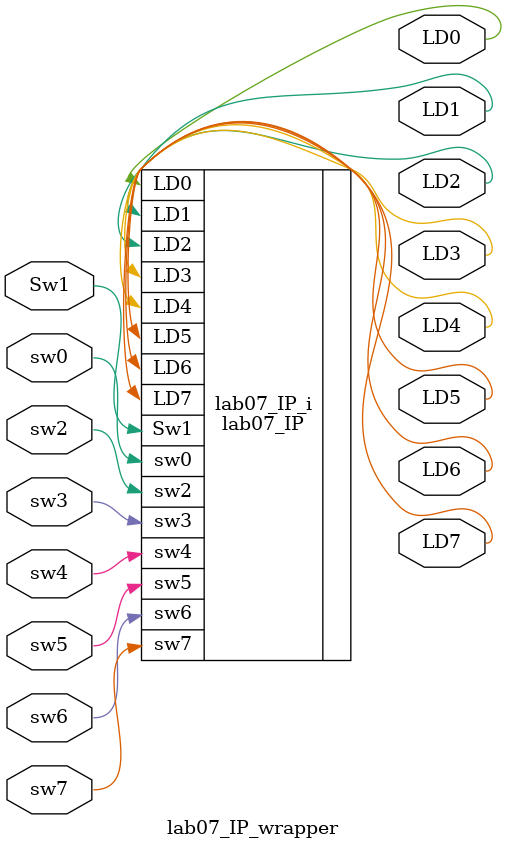
<source format=v>
`timescale 1 ps / 1 ps

module lab07_IP_wrapper
   (LD0,
    LD1,
    LD2,
    LD3,
    LD4,
    LD5,
    LD6,
    LD7,
    Sw1,
    sw0,
    sw2,
    sw3,
    sw4,
    sw5,
    sw6,
    sw7);
  output LD0;
  output LD1;
  output LD2;
  output LD3;
  output LD4;
  output LD5;
  output LD6;
  output LD7;
  input Sw1;
  input sw0;
  input sw2;
  input sw3;
  input sw4;
  input sw5;
  input sw6;
  input sw7;

  wire LD0;
  wire LD1;
  wire LD2;
  wire LD3;
  wire LD4;
  wire LD5;
  wire LD6;
  wire LD7;
  wire Sw1;
  wire sw0;
  wire sw2;
  wire sw3;
  wire sw4;
  wire sw5;
  wire sw6;
  wire sw7;

  lab07_IP lab07_IP_i
       (.LD0(LD0),
        .LD1(LD1),
        .LD2(LD2),
        .LD3(LD3),
        .LD4(LD4),
        .LD5(LD5),
        .LD6(LD6),
        .LD7(LD7),
        .Sw1(Sw1),
        .sw0(sw0),
        .sw2(sw2),
        .sw3(sw3),
        .sw4(sw4),
        .sw5(sw5),
        .sw6(sw6),
        .sw7(sw7));
endmodule

</source>
